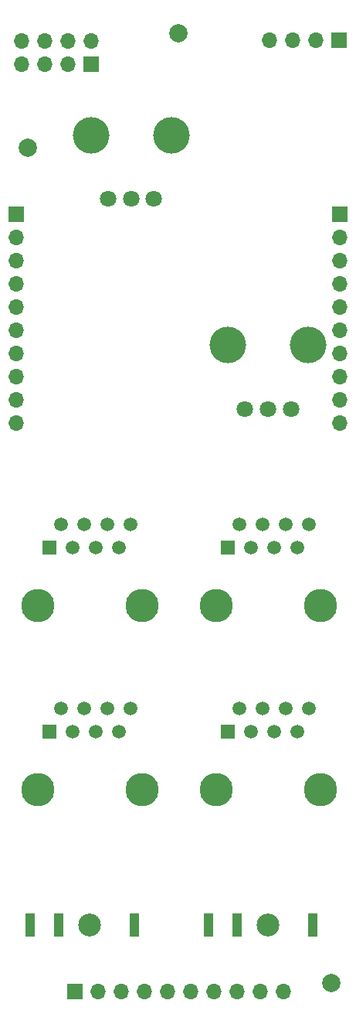
<source format=gbr>
%TF.GenerationSoftware,KiCad,Pcbnew,(6.0.11)*%
%TF.CreationDate,2023-07-06T17:32:09+01:00*%
%TF.ProjectId,Quilter_Controls,5175696c-7465-4725-9f43-6f6e74726f6c,rev?*%
%TF.SameCoordinates,Original*%
%TF.FileFunction,Soldermask,Bot*%
%TF.FilePolarity,Negative*%
%FSLAX46Y46*%
G04 Gerber Fmt 4.6, Leading zero omitted, Abs format (unit mm)*
G04 Created by KiCad (PCBNEW (6.0.11)) date 2023-07-06 17:32:09*
%MOMM*%
%LPD*%
G01*
G04 APERTURE LIST*
%ADD10C,2.000000*%
%ADD11C,2.500000*%
%ADD12R,1.000000X2.500000*%
%ADD13C,4.000000*%
%ADD14C,1.800000*%
%ADD15C,3.650000*%
%ADD16R,1.500000X1.500000*%
%ADD17C,1.500000*%
%ADD18R,1.700000X1.700000*%
%ADD19O,1.700000X1.700000*%
G04 APERTURE END LIST*
D10*
%TO.C,TP3*%
X70200000Y-42970000D03*
%TD*%
D11*
%TO.C,J11*%
X60400000Y-140600000D03*
D12*
X53920000Y-140600000D03*
X57020000Y-140600000D03*
X65320000Y-140600000D03*
%TD*%
D13*
%TO.C,Q_CTRL1*%
X84400000Y-77100000D03*
X75600000Y-77100000D03*
D14*
X82500000Y-84100000D03*
X80000000Y-84100000D03*
X77500000Y-84100000D03*
%TD*%
D10*
%TO.C,TP4*%
X86900000Y-146970000D03*
%TD*%
D11*
%TO.C,J6*%
X80000000Y-140600000D03*
D12*
X73520000Y-140600000D03*
X76620000Y-140600000D03*
X84920000Y-140600000D03*
%TD*%
D15*
%TO.C,J4*%
X85760000Y-105600000D03*
X74330000Y-105600000D03*
D16*
X75600000Y-99250000D03*
D17*
X76870000Y-96710000D03*
X78140000Y-99250000D03*
X79410000Y-96710000D03*
X80680000Y-99250000D03*
X81950000Y-96710000D03*
X83220000Y-99250000D03*
X84490000Y-96710000D03*
%TD*%
D10*
%TO.C,TP1*%
X53700000Y-55470000D03*
%TD*%
D15*
%TO.C,J5*%
X74330000Y-125800000D03*
X85760000Y-125800000D03*
D16*
X75600000Y-119450000D03*
D17*
X76870000Y-116910000D03*
X78140000Y-119450000D03*
X79410000Y-116910000D03*
X80680000Y-119450000D03*
X81950000Y-116910000D03*
X83220000Y-119450000D03*
X84490000Y-116910000D03*
%TD*%
D15*
%TO.C,J8*%
X66160000Y-125800000D03*
X54730000Y-125800000D03*
D16*
X56000000Y-119450000D03*
D17*
X57270000Y-116910000D03*
X58540000Y-119450000D03*
X59810000Y-116910000D03*
X61080000Y-119450000D03*
X62350000Y-116910000D03*
X63620000Y-119450000D03*
X64890000Y-116910000D03*
%TD*%
D15*
%TO.C,J7*%
X54730000Y-105600000D03*
X66160000Y-105600000D03*
D16*
X56000000Y-99250000D03*
D17*
X57270000Y-96710000D03*
X58540000Y-99250000D03*
X59810000Y-96710000D03*
X61080000Y-99250000D03*
X62350000Y-96710000D03*
X63620000Y-99250000D03*
X64890000Y-96710000D03*
%TD*%
D13*
%TO.C,FREQ_POT1*%
X69400000Y-54100000D03*
X60600000Y-54100000D03*
D14*
X67500000Y-61100000D03*
X65000000Y-61100000D03*
X62500000Y-61100000D03*
%TD*%
D18*
%TO.C,J3*%
X58800000Y-147900000D03*
D19*
X61340000Y-147900000D03*
X63880000Y-147900000D03*
X66420000Y-147900000D03*
X68960000Y-147900000D03*
X71500000Y-147900000D03*
X74040000Y-147900000D03*
X76580000Y-147900000D03*
X79120000Y-147900000D03*
X81660000Y-147900000D03*
%TD*%
D18*
%TO.C,J1*%
X87900000Y-62800000D03*
D19*
X87900000Y-65340000D03*
X87900000Y-67880000D03*
X87900000Y-70420000D03*
X87900000Y-72960000D03*
X87900000Y-75500000D03*
X87900000Y-78040000D03*
X87900000Y-80580000D03*
X87900000Y-83120000D03*
X87900000Y-85660000D03*
%TD*%
D18*
%TO.C,J2*%
X52400000Y-62800000D03*
D19*
X52400000Y-65340000D03*
X52400000Y-67880000D03*
X52400000Y-70420000D03*
X52400000Y-72960000D03*
X52400000Y-75500000D03*
X52400000Y-78040000D03*
X52400000Y-80580000D03*
X52400000Y-83120000D03*
X52400000Y-85660000D03*
%TD*%
D18*
%TO.C,J9*%
X60600000Y-46375000D03*
D19*
X60600000Y-43835000D03*
X58060000Y-46375000D03*
X58060000Y-43835000D03*
X55520000Y-46375000D03*
X55520000Y-43835000D03*
X52980000Y-46375000D03*
X52980000Y-43835000D03*
%TD*%
D18*
%TO.C,J10*%
X87800000Y-43700000D03*
D19*
X85260000Y-43700000D03*
X82720000Y-43700000D03*
X80180000Y-43700000D03*
%TD*%
M02*

</source>
